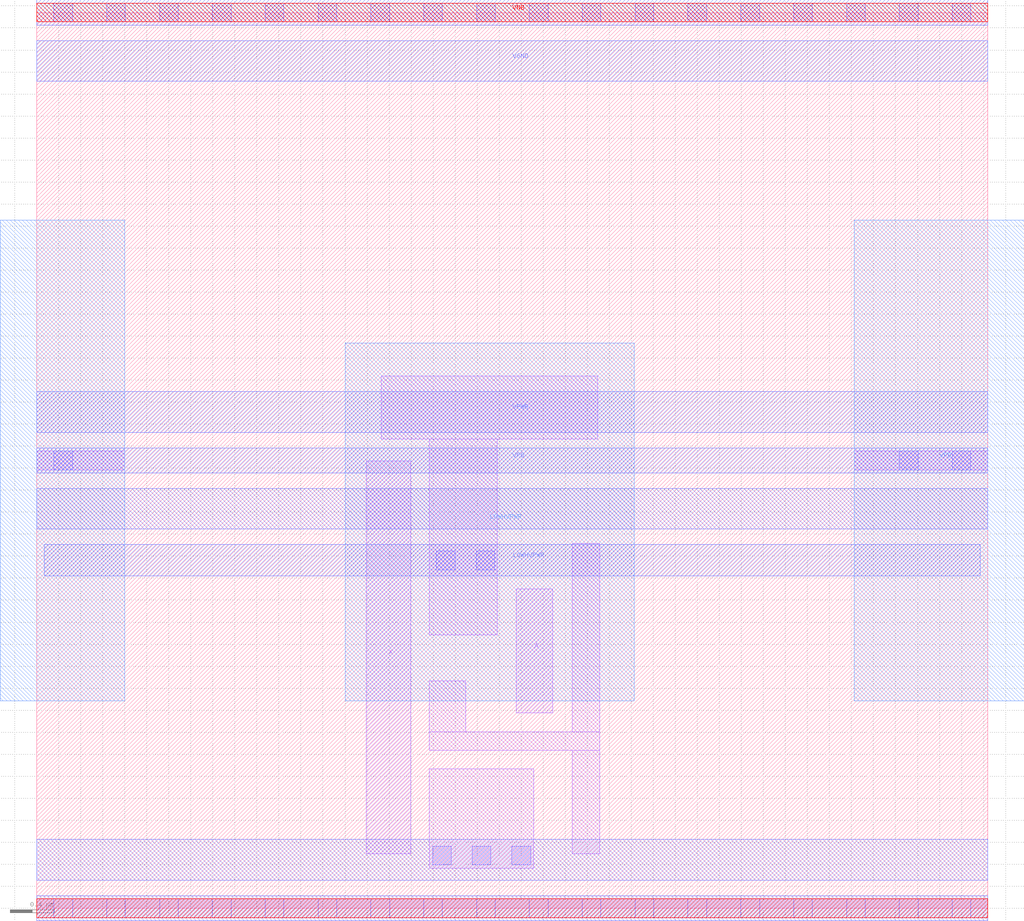
<source format=lef>
# Copyright 2020 The SkyWater PDK Authors
#
# Licensed under the Apache License, Version 2.0 (the "License");
# you may not use this file except in compliance with the License.
# You may obtain a copy of the License at
#
#     https://www.apache.org/licenses/LICENSE-2.0
#
# Unless required by applicable law or agreed to in writing, software
# distributed under the License is distributed on an "AS IS" BASIS,
# WITHOUT WARRANTIES OR CONDITIONS OF ANY KIND, either express or implied.
# See the License for the specific language governing permissions and
# limitations under the License.
#
# SPDX-License-Identifier: Apache-2.0

VERSION 5.7 ;
  NOWIREEXTENSIONATPIN ON ;
  DIVIDERCHAR "/" ;
  BUSBITCHARS "[]" ;
SITE unithvdbl
  SYMMETRY y ;
  CLASS CORE ;
  SIZE  8.640000 BY  8.140000 ;
END unithvdbl
MACRO sky130_fd_sc_hvl__lsbufhv2hv_hl_1
  CLASS CORE ;
  FOREIGN sky130_fd_sc_hvl__lsbufhv2hv_hl_1 ;
  ORIGIN  0.000000  0.000000 ;
  SIZE  8.640000 BY  8.140000 ;
  SYMMETRY X Y ;
  SITE unithvdbl ;
  PIN A
    ANTENNAGATEAREA  0.585000 ;
    DIRECTION INPUT ;
    USE SIGNAL ;
    PORT
      LAYER li1 ;
        RECT 4.355000 1.775000 4.685000 2.900000 ;
    END
  END A
  PIN X
    ANTENNADIFFAREA  0.626250 ;
    DIRECTION OUTPUT ;
    USE SIGNAL ;
    PORT
      LAYER li1 ;
        RECT 2.995000 0.495000 3.395000 4.065000 ;
    END
  END X
  PIN LOWHVPWR
    DIRECTION INOUT ;
    USE POWER ;
    PORT
      LAYER met1 ;
        RECT 0.070000 3.020000 8.570000 3.305000 ;
      LAYER nwell ;
        RECT 2.800000 1.885000 5.425000 5.135000 ;
    END
  END LOWHVPWR
  PIN VGND
    DIRECTION INOUT ;
    USE GROUND ;
    PORT
      LAYER met1 ;
        RECT 0.000000 7.515000 8.640000 7.885000 ;
    END
  END VGND
  PIN VNB
    DIRECTION INOUT ;
    USE GROUND ;
    PORT
      LAYER met1 ;
        RECT 0.000000 8.025000 8.640000 8.255000 ;
      LAYER pwell ;
        RECT 0.000000 8.055000 8.640000 8.225000 ;
    END
  END VNB
  PIN VPB
    DIRECTION INOUT ;
    USE POWER ;
    PORT
      LAYER met1 ;
        RECT 0.000000 3.955000 8.640000 4.185000 ;
      LAYER nwell ;
        RECT -0.330000 1.885000 0.800000 6.255000 ;
        RECT  7.425000 1.885000 8.970000 6.255000 ;
    END
  END VPB
  PIN VPWR
    DIRECTION INOUT ;
    USE POWER ;
    PORT
      LAYER met1 ;
        RECT 0.000000 4.325000 8.640000 4.695000 ;
    END
  END VPWR
  OBS
    LAYER li1 ;
      RECT 0.000000 -0.085000 8.640000 0.085000 ;
      RECT 0.000000  3.985000 0.800000 4.155000 ;
      RECT 0.000000  8.055000 8.640000 8.225000 ;
      RECT 3.130000  4.265000 5.095000 4.835000 ;
      RECT 3.565000  0.365000 4.515000 1.265000 ;
      RECT 3.565000  1.435000 5.115000 1.605000 ;
      RECT 3.565000  1.605000 3.895000 2.065000 ;
      RECT 3.565000  2.485000 4.185000 4.265000 ;
      RECT 4.865000  0.495000 5.115000 1.435000 ;
      RECT 4.865000  1.605000 5.115000 3.315000 ;
      RECT 7.425000  3.985000 8.640000 4.155000 ;
    LAYER mcon ;
      RECT 0.155000 -0.085000 0.325000 0.085000 ;
      RECT 0.155000  3.985000 0.325000 4.155000 ;
      RECT 0.155000  8.055000 0.325000 8.225000 ;
      RECT 0.635000 -0.085000 0.805000 0.085000 ;
      RECT 0.635000  8.055000 0.805000 8.225000 ;
      RECT 1.115000 -0.085000 1.285000 0.085000 ;
      RECT 1.115000  8.055000 1.285000 8.225000 ;
      RECT 1.595000 -0.085000 1.765000 0.085000 ;
      RECT 1.595000  8.055000 1.765000 8.225000 ;
      RECT 2.075000 -0.085000 2.245000 0.085000 ;
      RECT 2.075000  8.055000 2.245000 8.225000 ;
      RECT 2.555000 -0.085000 2.725000 0.085000 ;
      RECT 2.555000  8.055000 2.725000 8.225000 ;
      RECT 3.035000 -0.085000 3.205000 0.085000 ;
      RECT 3.035000  8.055000 3.205000 8.225000 ;
      RECT 3.515000 -0.085000 3.685000 0.085000 ;
      RECT 3.515000  8.055000 3.685000 8.225000 ;
      RECT 3.595000  0.395000 3.765000 0.565000 ;
      RECT 3.630000  3.075000 3.800000 3.245000 ;
      RECT 3.955000  0.395000 4.125000 0.565000 ;
      RECT 3.990000  3.075000 4.160000 3.245000 ;
      RECT 3.995000 -0.085000 4.165000 0.085000 ;
      RECT 3.995000  8.055000 4.165000 8.225000 ;
      RECT 4.315000  0.395000 4.485000 0.565000 ;
      RECT 4.475000 -0.085000 4.645000 0.085000 ;
      RECT 4.475000  8.055000 4.645000 8.225000 ;
      RECT 4.955000 -0.085000 5.125000 0.085000 ;
      RECT 4.955000  8.055000 5.125000 8.225000 ;
      RECT 5.435000 -0.085000 5.605000 0.085000 ;
      RECT 5.435000  8.055000 5.605000 8.225000 ;
      RECT 5.915000 -0.085000 6.085000 0.085000 ;
      RECT 5.915000  8.055000 6.085000 8.225000 ;
      RECT 6.395000 -0.085000 6.565000 0.085000 ;
      RECT 6.395000  8.055000 6.565000 8.225000 ;
      RECT 6.875000 -0.085000 7.045000 0.085000 ;
      RECT 6.875000  8.055000 7.045000 8.225000 ;
      RECT 7.355000 -0.085000 7.525000 0.085000 ;
      RECT 7.355000  8.055000 7.525000 8.225000 ;
      RECT 7.835000 -0.085000 8.005000 0.085000 ;
      RECT 7.835000  3.985000 8.005000 4.155000 ;
      RECT 7.835000  8.055000 8.005000 8.225000 ;
      RECT 8.315000 -0.085000 8.485000 0.085000 ;
      RECT 8.315000  3.985000 8.485000 4.155000 ;
      RECT 8.315000  8.055000 8.485000 8.225000 ;
    LAYER met1 ;
      RECT 0.000000 -0.115000 8.640000 0.115000 ;
      RECT 0.000000  0.255000 8.640000 0.625000 ;
      RECT 0.000000  3.445000 8.640000 3.815000 ;
    LAYER pwell ;
      RECT 0.000000 -0.085000 8.640000 0.085000 ;
  END
END sky130_fd_sc_hvl__lsbufhv2hv_hl_1
END LIBRARY

</source>
